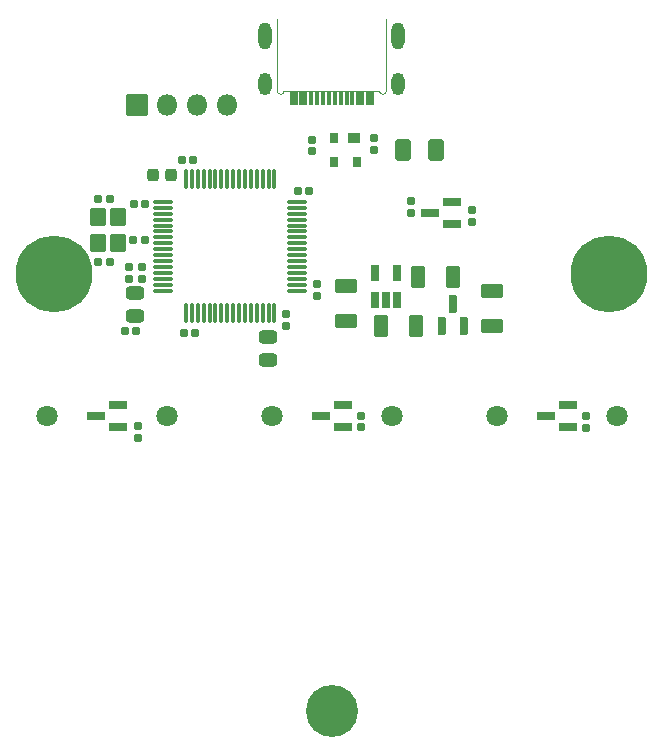
<source format=gbr>
%TF.GenerationSoftware,KiCad,Pcbnew,(7.0.0-0)*%
%TF.CreationDate,2023-04-23T13:28:51-05:00*%
%TF.ProjectId,STM32,53544d33-322e-46b6-9963-61645f706362,REV1*%
%TF.SameCoordinates,Original*%
%TF.FileFunction,Soldermask,Top*%
%TF.FilePolarity,Negative*%
%FSLAX46Y46*%
G04 Gerber Fmt 4.6, Leading zero omitted, Abs format (unit mm)*
G04 Created by KiCad (PCBNEW (7.0.0-0)) date 2023-04-23 13:28:51*
%MOMM*%
%LPD*%
G01*
G04 APERTURE LIST*
G04 Aperture macros list*
%AMRoundRect*
0 Rectangle with rounded corners*
0 $1 Rounding radius*
0 $2 $3 $4 $5 $6 $7 $8 $9 X,Y pos of 4 corners*
0 Add a 4 corners polygon primitive as box body*
4,1,4,$2,$3,$4,$5,$6,$7,$8,$9,$2,$3,0*
0 Add four circle primitives for the rounded corners*
1,1,$1+$1,$2,$3*
1,1,$1+$1,$4,$5*
1,1,$1+$1,$6,$7*
1,1,$1+$1,$8,$9*
0 Add four rect primitives between the rounded corners*
20,1,$1+$1,$2,$3,$4,$5,0*
20,1,$1+$1,$4,$5,$6,$7,0*
20,1,$1+$1,$6,$7,$8,$9,0*
20,1,$1+$1,$8,$9,$2,$3,0*%
G04 Aperture macros list end*
%TA.AperFunction,Profile*%
%ADD10C,0.120000*%
%TD*%
%ADD11RoundRect,0.301000X0.475000X-0.250000X0.475000X0.250000X-0.475000X0.250000X-0.475000X-0.250000X0*%
%ADD12RoundRect,0.276000X0.225000X0.250000X-0.225000X0.250000X-0.225000X-0.250000X0.225000X-0.250000X0*%
%ADD13RoundRect,0.191000X0.140000X0.170000X-0.140000X0.170000X-0.140000X-0.170000X0.140000X-0.170000X0*%
%ADD14RoundRect,0.191000X-0.140000X-0.170000X0.140000X-0.170000X0.140000X0.170000X-0.140000X0.170000X0*%
%ADD15RoundRect,0.186000X-0.185000X0.135000X-0.185000X-0.135000X0.185000X-0.135000X0.185000X0.135000X0*%
%ADD16RoundRect,0.051000X0.300000X0.575000X-0.300000X0.575000X-0.300000X-0.575000X0.300000X-0.575000X0*%
%ADD17RoundRect,0.051000X0.150000X0.575000X-0.150000X0.575000X-0.150000X-0.575000X0.150000X-0.575000X0*%
%ADD18O,1.102000X1.902000*%
%ADD19O,1.102000X2.302000*%
%ADD20RoundRect,0.201000X0.587500X0.150000X-0.587500X0.150000X-0.587500X-0.150000X0.587500X-0.150000X0*%
%ADD21RoundRect,0.201000X0.150000X-0.587500X0.150000X0.587500X-0.150000X0.587500X-0.150000X-0.587500X0*%
%ADD22RoundRect,0.051000X-0.600000X0.700000X-0.600000X-0.700000X0.600000X-0.700000X0.600000X0.700000X0*%
%ADD23RoundRect,0.050000X0.500000X0.350000X-0.500000X0.350000X-0.500000X-0.350000X0.500000X-0.350000X0*%
%ADD24RoundRect,0.050000X0.300000X0.350000X-0.300000X0.350000X-0.300000X-0.350000X0.300000X-0.350000X0*%
%ADD25RoundRect,0.301000X-0.325000X-0.650000X0.325000X-0.650000X0.325000X0.650000X-0.325000X0.650000X0*%
%ADD26RoundRect,0.191000X-0.170000X0.140000X-0.170000X-0.140000X0.170000X-0.140000X0.170000X0.140000X0*%
%ADD27RoundRect,0.301000X0.325000X0.650000X-0.325000X0.650000X-0.325000X-0.650000X0.325000X-0.650000X0*%
%ADD28RoundRect,0.191000X0.170000X-0.140000X0.170000X0.140000X-0.170000X0.140000X-0.170000X-0.140000X0*%
%ADD29RoundRect,0.301000X-0.650000X0.325000X-0.650000X-0.325000X0.650000X-0.325000X0.650000X0.325000X0*%
%ADD30RoundRect,0.186000X0.135000X0.185000X-0.135000X0.185000X-0.135000X-0.185000X0.135000X-0.185000X0*%
%ADD31RoundRect,0.186000X0.185000X-0.135000X0.185000X0.135000X-0.185000X0.135000X-0.185000X-0.135000X0*%
%ADD32RoundRect,0.301000X0.650000X-0.325000X0.650000X0.325000X-0.650000X0.325000X-0.650000X-0.325000X0*%
%ADD33RoundRect,0.126000X-0.700000X-0.075000X0.700000X-0.075000X0.700000X0.075000X-0.700000X0.075000X0*%
%ADD34RoundRect,0.126000X-0.075000X-0.700000X0.075000X-0.700000X0.075000X0.700000X-0.075000X0.700000X0*%
%ADD35RoundRect,0.051000X0.850000X-0.850000X0.850000X0.850000X-0.850000X0.850000X-0.850000X-0.850000X0*%
%ADD36O,1.802000X1.802000*%
%ADD37RoundRect,0.301000X-0.375000X-0.625000X0.375000X-0.625000X0.375000X0.625000X-0.375000X0.625000X0*%
%ADD38RoundRect,0.301000X-0.475000X0.250000X-0.475000X-0.250000X0.475000X-0.250000X0.475000X0.250000X0*%
%ADD39RoundRect,0.201000X0.150000X-0.512500X0.150000X0.512500X-0.150000X0.512500X-0.150000X-0.512500X0*%
%ADD40C,4.402000*%
%ADD41C,1.802000*%
%ADD42C,6.502000*%
G04 APERTURE END LIST*
D10*
%TO.C,P1*%
X4620000Y27520000D02*
X4625000Y33620000D01*
X4025000Y27495000D02*
X-4025000Y27495000D01*
X-4620000Y27520000D02*
X-4625000Y33620000D01*
X4025000Y27495000D02*
G75*
G03*
X4620000Y27520000I297500J12500D01*
G01*
X-4620000Y27520000D02*
G75*
G03*
X-4025000Y27495000I297500J-12500D01*
G01*
%TD*%
D11*
%TO.C,FB1*%
X-16630000Y8460000D03*
X-16630000Y10360000D03*
%TD*%
D12*
%TO.C,C1*%
X-13575000Y20400000D03*
X-15125000Y20400000D03*
%TD*%
D13*
%TO.C,C12*%
X-16570000Y7175000D03*
X-17530000Y7175000D03*
%TD*%
D14*
%TO.C,C19*%
X-19750000Y13040000D03*
X-18790000Y13040000D03*
%TD*%
D15*
%TO.C,R6*%
X11877500Y17395000D03*
X11877500Y16375000D03*
%TD*%
D16*
%TO.C,P1*%
X3200000Y26895000D03*
X2400000Y26895000D03*
D17*
X1250000Y26895000D03*
X250000Y26895000D03*
X-250000Y26895000D03*
X-1250000Y26895000D03*
D16*
X-2400000Y26895000D03*
X-3200000Y26895000D03*
X-3200000Y26895000D03*
X-2400000Y26895000D03*
D17*
X-1750000Y26895000D03*
X-750000Y26895000D03*
X750000Y26895000D03*
X1750000Y26895000D03*
D16*
X2400000Y26895000D03*
X3200000Y26895000D03*
D18*
X5619999Y28119999D03*
D19*
X5619999Y32119999D03*
D18*
X-5619999Y28119999D03*
D19*
X-5619999Y32119999D03*
%TD*%
D13*
%TO.C,C5*%
X-11580000Y7040000D03*
X-12540000Y7040000D03*
%TD*%
D20*
%TO.C,U5*%
X19987500Y-950000D03*
X19987500Y950000D03*
X18112500Y0D03*
%TD*%
D21*
%TO.C,U1*%
X9325000Y7612500D03*
X11225000Y7612500D03*
X10275000Y9487500D03*
%TD*%
D22*
%TO.C,Y1*%
X-19800000Y16850000D03*
X-19800000Y14650000D03*
X-18100000Y14650000D03*
X-18100000Y16850000D03*
%TD*%
D23*
%TO.C,U3*%
X1910000Y23480000D03*
D24*
X210000Y23480000D03*
X210000Y21480000D03*
X2110000Y21480000D03*
%TD*%
D25*
%TO.C,C9*%
X4165000Y7587500D03*
X7115000Y7587500D03*
%TD*%
D13*
%TO.C,C2*%
X-15810000Y17900000D03*
X-16770000Y17900000D03*
%TD*%
D26*
%TO.C,R1*%
X3602500Y23480000D03*
X3602500Y22520000D03*
%TD*%
D27*
%TO.C,C7*%
X10260000Y11777500D03*
X7310000Y11777500D03*
%TD*%
D28*
%TO.C,C15*%
X-16370000Y-1860000D03*
X-16370000Y-900000D03*
%TD*%
%TO.C,C14*%
X-16070000Y11610000D03*
X-16070000Y12570000D03*
%TD*%
D29*
%TO.C,C10*%
X1247813Y10981187D03*
X1247813Y8031187D03*
%TD*%
D14*
%TO.C,C3*%
X-12675000Y21630000D03*
X-11715000Y21630000D03*
%TD*%
D30*
%TO.C,R3*%
X-15790000Y14890000D03*
X-16810000Y14890000D03*
%TD*%
D31*
%TO.C,R7*%
X6750000Y17190000D03*
X6750000Y18210000D03*
%TD*%
D20*
%TO.C,U4*%
X937500Y-950000D03*
X937500Y950000D03*
X-937500Y0D03*
%TD*%
D14*
%TO.C,C6*%
X-2850000Y19020000D03*
X-1890000Y19020000D03*
%TD*%
D26*
%TO.C,C17*%
X2450000Y10000D03*
X2450000Y-950000D03*
%TD*%
D32*
%TO.C,C8*%
X13570000Y7575000D03*
X13570000Y10525000D03*
%TD*%
D20*
%TO.C,U6*%
X-18112500Y-950000D03*
X-18112500Y950000D03*
X-19987500Y0D03*
%TD*%
D26*
%TO.C,R2*%
X-1680000Y23340000D03*
X-1680000Y22380000D03*
%TD*%
D31*
%TO.C,R5*%
X-1250000Y10130000D03*
X-1250000Y11150000D03*
%TD*%
D28*
%TO.C,C13*%
X-17150000Y11620000D03*
X-17150000Y12580000D03*
%TD*%
D26*
%TO.C,C16*%
X21520000Y-50000D03*
X21520000Y-1010000D03*
%TD*%
D13*
%TO.C,C18*%
X-18800000Y18350000D03*
X-19760000Y18350000D03*
%TD*%
D26*
%TO.C,C4*%
X-3890000Y8591041D03*
X-3890000Y7631041D03*
%TD*%
D20*
%TO.C,Q1*%
X10175000Y16225000D03*
X10175000Y18125000D03*
X8300000Y17175000D03*
%TD*%
D33*
%TO.C,U7*%
X-14275000Y18100000D03*
X-14275000Y17600000D03*
X-14275000Y17100000D03*
X-14275000Y16600000D03*
X-14275000Y16100000D03*
X-14275000Y15600000D03*
X-14275000Y15100000D03*
X-14275000Y14600000D03*
X-14275000Y14100000D03*
X-14275000Y13600000D03*
X-14275000Y13100000D03*
X-14275000Y12600000D03*
X-14275000Y12100000D03*
X-14275000Y11600000D03*
X-14275000Y11100000D03*
X-14275000Y10600000D03*
D34*
X-12350000Y8675000D03*
X-11850000Y8675000D03*
X-11350000Y8675000D03*
X-10850000Y8675000D03*
X-10350000Y8675000D03*
X-9850000Y8675000D03*
X-9350000Y8675000D03*
X-8850000Y8675000D03*
X-8350000Y8675000D03*
X-7850000Y8675000D03*
X-7350000Y8675000D03*
X-6850000Y8675000D03*
X-6350000Y8675000D03*
X-5850000Y8675000D03*
X-5350000Y8675000D03*
X-4850000Y8675000D03*
D33*
X-2925000Y10600000D03*
X-2925000Y11100000D03*
X-2925000Y11600000D03*
X-2925000Y12100000D03*
X-2925000Y12600000D03*
X-2925000Y13100000D03*
X-2925000Y13600000D03*
X-2925000Y14100000D03*
X-2925000Y14600000D03*
X-2925000Y15100000D03*
X-2925000Y15600000D03*
X-2925000Y16100000D03*
X-2925000Y16600000D03*
X-2925000Y17100000D03*
X-2925000Y17600000D03*
X-2925000Y18100000D03*
D34*
X-4850000Y20025000D03*
X-5350000Y20025000D03*
X-5850000Y20025000D03*
X-6350000Y20025000D03*
X-6850000Y20025000D03*
X-7350000Y20025000D03*
X-7850000Y20025000D03*
X-8350000Y20025000D03*
X-8850000Y20025000D03*
X-9350000Y20025000D03*
X-9850000Y20025000D03*
X-10350000Y20025000D03*
X-10850000Y20025000D03*
X-11350000Y20025000D03*
X-11850000Y20025000D03*
X-12350000Y20025000D03*
%TD*%
D35*
%TO.C,J1*%
X-16530000Y26350000D03*
D36*
X-13989999Y26349999D03*
X-11449999Y26349999D03*
X-8909999Y26349999D03*
%TD*%
D37*
%TO.C,F1*%
X6020000Y22520000D03*
X8820000Y22520000D03*
%TD*%
D38*
%TO.C,C20*%
X-5390000Y6660000D03*
X-5390000Y4760000D03*
%TD*%
D39*
%TO.C,U2*%
X3650000Y9832500D03*
X4600000Y9832500D03*
X5550000Y9832500D03*
X5550000Y12107500D03*
X3650000Y12107500D03*
%TD*%
D40*
%TO.C,H3*%
X0Y-25000000D03*
%TD*%
D41*
%TO.C,REF\u002A\u002A*%
X24130000Y0D03*
X13970000Y0D03*
%TD*%
%TO.C,REF\u002A\u002A*%
X5080000Y0D03*
X-5080000Y0D03*
%TD*%
D42*
%TO.C,H2*%
X-23500000Y12000000D03*
%TD*%
%TO.C,H1*%
X23500000Y12000000D03*
%TD*%
D41*
%TO.C,REF\u002A\u002A*%
X-13970000Y0D03*
X-24130000Y0D03*
%TD*%
M02*

</source>
